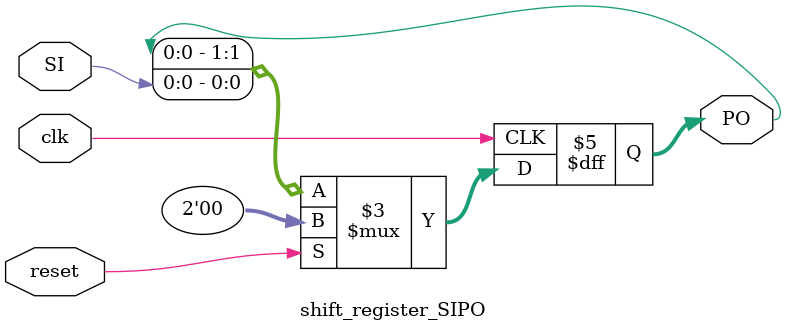
<source format=sv>
`timescale 1ns / 1ps

module shift_register_SIPO #(N=2) (
    input logic SI,
    input logic clk,
    input logic reset,
    output logic [N-1:0] PO
);
    // At every clock posedge, shift input value to registers
    always @(posedge clk) begin 
        if (reset) begin 
            PO <= 0;
        end else begin 
            PO[N-1:0] <= {PO[N-2:0], SI};
        end
    end
endmodule


</source>
